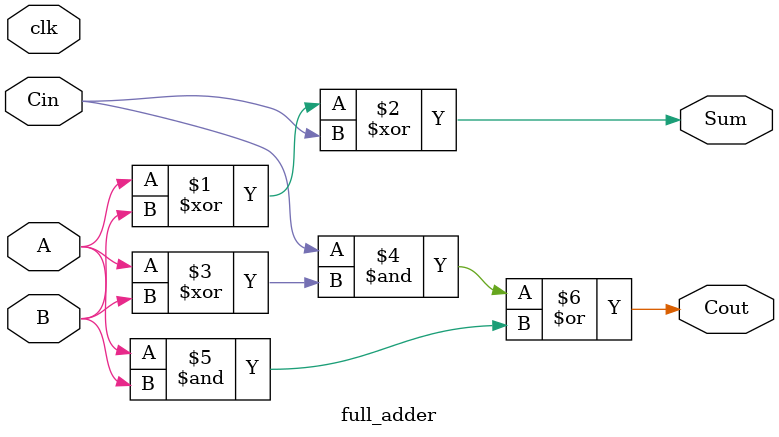
<source format=v>
module full_adder(

    input              clk,

    input   wire [0:0] A,B,
    input   wire [0:0] Cin,
    output  wire [0:0] Sum,Cout

);

    assign Sum    = A ^ B ^ Cin;
    assign Cout = (Cin & (A ^ B)) | (A & B);


endmodule

</source>
